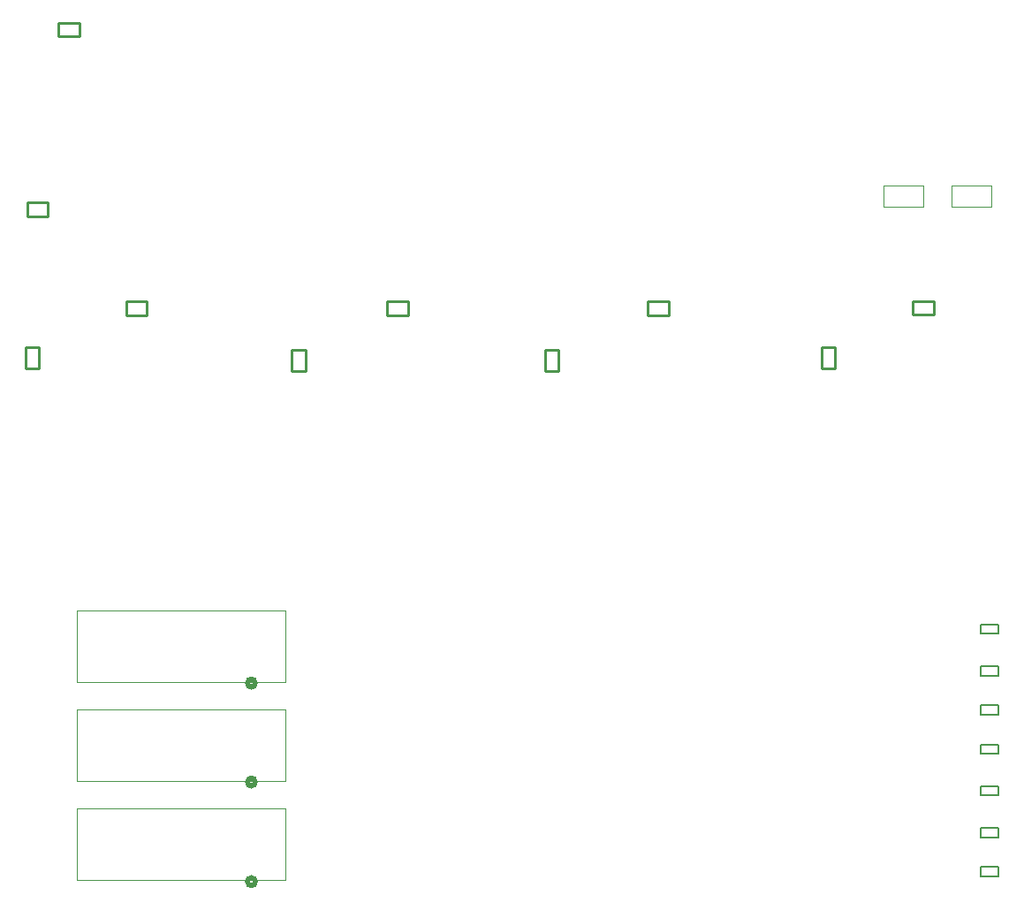
<source format=gbr>
G04*
G04 #@! TF.GenerationSoftware,Altium Limited,Altium Designer,24.1.2 (44)*
G04*
G04 Layer_Color=16711935*
%FSLAX25Y25*%
%MOIN*%
G70*
G04*
G04 #@! TF.SameCoordinates,A85318EA-E4D8-42E9-B0A6-CF3BD3DAF5E5*
G04*
G04*
G04 #@! TF.FilePolarity,Positive*
G04*
G01*
G75*
%ADD11C,0.02000*%
%ADD12C,0.01000*%
%ADD13C,0.00787*%
%ADD16C,0.00394*%
%ADD56C,0.00100*%
D11*
X803665Y421578D02*
G03*
X803665Y421578I-1500J0D01*
G01*
X803665Y384232D02*
G03*
X803665Y384232I-1500J0D01*
G01*
X803665Y346626D02*
G03*
X803665Y346626I-1500J0D01*
G01*
D12*
X1051790Y560537D02*
X1059664D01*
X1051790D02*
Y565639D01*
X1059664D01*
Y560537D02*
Y565639D01*
X725394Y597752D02*
Y602854D01*
X717520D02*
X725394D01*
X717520Y597752D02*
Y602854D01*
Y597752D02*
X725394D01*
X737205Y665665D02*
Y670768D01*
X729331D02*
X737205D01*
X729331Y665665D02*
Y670768D01*
Y665665D02*
X737205D01*
X722130Y540354D02*
Y548228D01*
X717028Y540354D02*
X722130D01*
X717028D02*
Y548228D01*
X722130D01*
X817421Y547244D02*
X822524D01*
X817421Y539370D02*
Y547244D01*
Y539370D02*
X822524D01*
Y547244D01*
X912894D02*
X917996D01*
X912894Y539370D02*
Y547244D01*
Y539370D02*
X917996D01*
Y547244D01*
X1017224Y548228D02*
X1022327D01*
X1017224Y540354D02*
Y548228D01*
Y540354D02*
X1022327D01*
Y548228D01*
X762795Y560350D02*
Y565453D01*
X754921D02*
X762795D01*
X754921Y560350D02*
Y565453D01*
Y560350D02*
X762795D01*
X959646D02*
Y565453D01*
X951772D02*
X959646D01*
X951772Y560350D02*
Y565453D01*
Y560350D02*
X959646D01*
X861220D02*
Y565453D01*
X853347D02*
X861220D01*
X853347Y560350D02*
Y565453D01*
Y560350D02*
X861220D01*
D13*
X1077362Y440158D02*
X1084055D01*
X1077362D02*
Y443701D01*
X1084055D01*
Y440158D02*
Y443701D01*
X1077362Y363386D02*
X1084055D01*
X1077362D02*
Y366929D01*
X1084055D01*
Y363386D02*
Y366929D01*
X1077362Y394882D02*
X1084055D01*
X1077362D02*
Y398425D01*
X1084055D01*
Y394882D02*
Y398425D01*
X1077362Y348622D02*
X1084055D01*
X1077362D02*
Y352165D01*
X1084055D01*
Y348622D02*
Y352165D01*
X1077362Y379134D02*
X1084055D01*
X1077362D02*
Y382677D01*
X1084055D01*
Y379134D02*
Y382677D01*
X1077362Y409646D02*
X1084055D01*
X1077362D02*
Y413189D01*
X1084055D01*
Y409646D02*
Y413189D01*
X1077362Y424409D02*
X1084055D01*
X1077362D02*
Y427953D01*
X1084055D01*
Y424409D02*
Y427953D01*
D16*
X1040728Y609331D02*
X1055728D01*
Y601299D02*
Y609331D01*
X1040728Y601299D02*
X1055728D01*
X1040728D02*
Y609331D01*
X1066319D02*
X1081319D01*
Y601299D02*
Y609331D01*
X1066319Y601299D02*
X1081319D01*
X1066319D02*
Y609331D01*
D56*
X814915Y422078D02*
Y449078D01*
X736415Y422078D02*
X814915D01*
X736415D02*
Y449078D01*
X814915D01*
X814915Y384732D02*
Y411732D01*
X736415Y384732D02*
X814915D01*
X736415D02*
Y411732D01*
X814915D01*
X814915Y347126D02*
Y374126D01*
X736415Y347126D02*
X814915D01*
X736415D02*
Y374126D01*
X814915D01*
M02*

</source>
